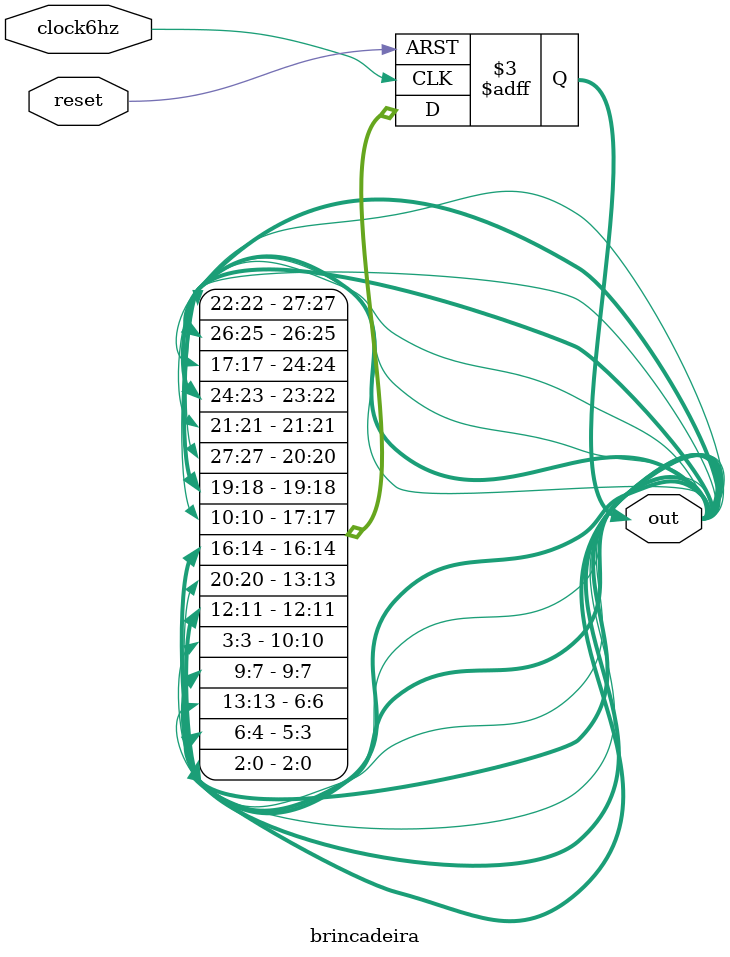
<source format=v>
module brincadeira(input clock6hz,reset, output reg [27:0] out);

always @ (posedge clock6hz, negedge reset)
begin
	if (!reset)
		out <= {7'b0111111,7'b1111111,7'b1111111,7'b1111111};
		//out2 <= {out1[27],out1[20],out1[13],out1[6],out1[5],out1[4],out1[3], out1[10],out1[17],out1[24],out1[23],out1[22]};
	else
		//out2 <= {1'b1,out2[12:1]};	
		//out3 <= {out2[12],out1[25:21],out2[20],out1[19:14],out2[13],out1[12:7],out2[6:2],out1[1:0],out2[10],
		{out[27],out[20],out[13],out[6],out[5],out[4],out[3], out[10],out[17],out[24],out[23],out[22]} = {out[22],out[27],out[20],out[13],out[6],out[5],out[4],out[3], out[10],out[17],out[24],out[23]};
end
		
		
endmodule
</source>
